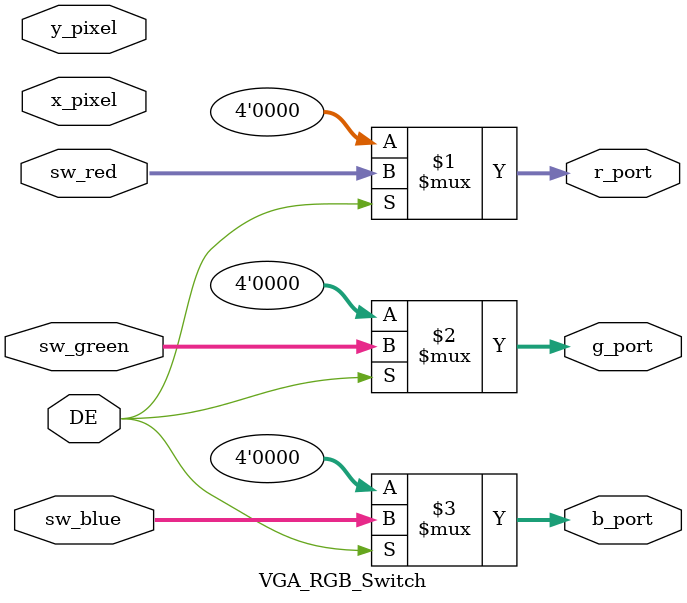
<source format=sv>
`timescale 1ns / 1ps

module VGA_RGB_Switch (
    input  logic [3:0] sw_red,
    input  logic [3:0] sw_green,
    input  logic [3:0] sw_blue,
    input  logic       DE,
    input  logic [9:0] x_pixel,
    input  logic [9:0] y_pixel,
    output logic [3:0] r_port,
    output logic [3:0] g_port,
    output logic [3:0] b_port
);

    // always_comb begin
    //     if (DE) begin
    //         if((x_pixel >= 0 & x_pixel < 92) && (y_pixel >= 0 & y_pixel < 360)) begin
    //             r_port = 255;
    //             g_port = 255;
    //             b_port = 255;
    //         end else if((x_pixel >= 92 & x_pixel < 184) && (y_pixel >= 0 & y_pixel < 360)) begin
    //             r_port = 255;
    //             g_port = 255;
    //             b_port = 0;
    //         end else if((x_pixel >= 184 & x_pixel < 276) && (y_pixel >= 0 & y_pixel < 360)) begin
    //             r_port = 0;
    //             g_port = 255;
    //             b_port = 255;
    //         end else if((x_pixel >= 276 & x_pixel < 368) && (y_pixel >= 0 & y_pixel < 360)) begin
    //             r_port = 0;
    //             g_port = 255;
    //             b_port = 0;
    //         end else if((x_pixel >= 368 & x_pixel < 460) && (y_pixel >= 0 & y_pixel < 360)) begin
    //             r_port = 255;
    //             g_port = 0;
    //             b_port = 255;
    //         end else if((x_pixel >= 460 & x_pixel < 552) && (y_pixel >= 0 & y_pixel < 360)) begin
    //             r_port = 255;
    //             g_port = 0;
    //             b_port = 0;
    //         end else if((x_pixel >= 552 & x_pixel < 640) && (y_pixel >= 0 & y_pixel < 360)) begin
    //             r_port = 0;
    //             g_port = 0;
    //             b_port = 4'hf;
    //         end else if((x_pixel >= 0 & x_pixel < 92) && (y_pixel >= 360 & y_pixel < 390)) begin
    //             r_port = 0;
    //             g_port = 0;
    //             b_port = 4'hf;
    //         end else if((x_pixel >= 92 & x_pixel < 184) && (y_pixel >= 360 & y_pixel < 390)) begin
    //             r_port = 0;
    //             g_port = 0;
    //             b_port = 4'h0;
    //         end else if((x_pixel >= 184 & x_pixel < 276) && (y_pixel >= 360 & y_pixel < 390)) begin
    //             r_port = 4'hf;
    //             g_port = 0;
    //             b_port = 4'hf;
    //         end else if((x_pixel >= 276 & x_pixel < 368) && (y_pixel >= 360 & y_pixel < 390)) begin
    //             r_port = 0;
    //             g_port = 0;
    //             b_port = 0;
    //         end else if((x_pixel >= 368 & x_pixel < 460) && (y_pixel >= 360 & y_pixel < 390)) begin
    //             r_port = 0;
    //             g_port = 4'hf;
    //             b_port = 4'hf;
    //         end else if((x_pixel >= 460 & x_pixel < 552) && (y_pixel >= 360 & y_pixel < 390)) begin
    //             r_port = 0;
    //             g_port = 0;
    //             b_port = 0;
    //         end else if((x_pixel >= 552 & x_pixel < 640) && (y_pixel >= 360 & y_pixel < 390)) begin
    //             r_port = 4'hf;
    //             g_port = 4'hf;
    //             b_port = 4'hf;
    //         end else if((x_pixel >= 0 & x_pixel < 115) && (y_pixel >= 390 & y_pixel < 480)) begin
    //             r_port = 4'h0;
    //             g_port = 4'h0;
    //             b_port = 4'd102;
    //         end else if((x_pixel >= 115 & x_pixel < 230) && (y_pixel >= 390 & y_pixel < 480)) begin
    //             r_port = 4'hf;
    //             g_port = 4'hf;
    //             b_port = 4'hf;
    //         end else if((x_pixel >= 230 & x_pixel < 345) && (y_pixel >= 390 & y_pixel < 480)) begin
    //             r_port = 4'd76;
    //             g_port = 4'h0;
    //             b_port = 4'd153;
    //         end else if((x_pixel >= 345 & x_pixel < 460) && (y_pixel >= 390 & y_pixel < 480)) begin
    //             r_port = 4'd33;
    //             g_port = 4'd33;
    //             b_port = 4'd33;
    //         end else if((x_pixel >= 460 & x_pixel < 491) && (y_pixel >= 390 & y_pixel < 480)) begin
    //             r_port = 4'h0;
    //             g_port = 4'h0;
    //             b_port = 4'h0;
    //         end else if((x_pixel >= 491 & x_pixel < 522) && (y_pixel >= 390 & y_pixel < 480)) begin
    //             r_port = 4'd40;
    //             g_port = 4'd40;
    //             b_port = 4'd40;
    //         end else if((x_pixel >= 522 & x_pixel < 552) && (y_pixel >= 390 & y_pixel < 480)) begin
    //             r_port = 4'd80;
    //             g_port = 4'd80;
    //             b_port = 4'd80;
    //         end else if((x_pixel >= 552 & x_pixel < 640) && (y_pixel >= 390 & y_pixel < 480)) begin
    //             r_port = 4'h0;
    //             g_port = 4'h0;
    //             b_port = 4'h0;
    //         end else begin
    //             r_port = 4'h0;
    //             g_port = 4'h0;
    //             b_port = 4'h0;
    //         end
    //     end
    // end
    assign r_port = DE ? sw_red : 4'b0;
    assign g_port = DE ? sw_green : 4'b0;
    assign b_port = DE ? sw_blue : 4'b0;
endmodule

</source>
